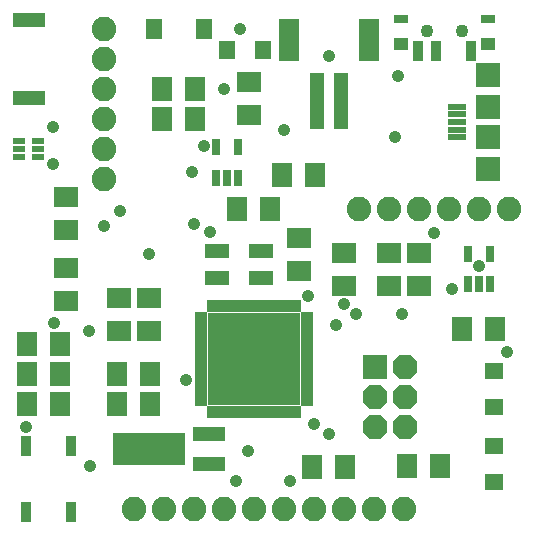
<source format=gts>
G75*
%MOIN*%
%OFA0B0*%
%FSLAX25Y25*%
%IPPOS*%
%LPD*%
%AMOC8*
5,1,8,0,0,1.08239X$1,22.5*
%
%ADD10R,0.10800X0.04800*%
%ADD11R,0.03950X0.02178*%
%ADD12R,0.07099X0.07887*%
%ADD13R,0.07887X0.07099*%
%ADD14R,0.08200X0.08200*%
%ADD15OC8,0.08200*%
%ADD16C,0.08200*%
%ADD17R,0.06312X0.05524*%
%ADD18R,0.03556X0.06706*%
%ADD19R,0.04737X0.03162*%
%ADD20R,0.04737X0.03950*%
%ADD21C,0.04343*%
%ADD22R,0.03800X0.06800*%
%ADD23R,0.01902X0.03950*%
%ADD24R,0.03950X0.01902*%
%ADD25R,0.30918X0.30918*%
%ADD26R,0.08280X0.05131*%
%ADD27R,0.10643X0.04737*%
%ADD28R,0.24422X0.10643*%
%ADD29R,0.02965X0.05524*%
%ADD30R,0.05800X0.06587*%
%ADD31R,0.04737X0.18910*%
%ADD32R,0.07099X0.14186*%
%ADD33R,0.05524X0.06312*%
%ADD34R,0.06312X0.02178*%
%ADD35R,0.08280X0.07887*%
%ADD36R,0.08280X0.08280*%
%ADD37C,0.04100*%
D10*
X0016000Y0156801D03*
X0016000Y0182801D03*
D11*
X0012850Y0142360D03*
X0012850Y0139801D03*
X0012850Y0137242D03*
X0019150Y0137242D03*
X0019150Y0139801D03*
X0019150Y0142360D03*
D12*
X0060488Y0149801D03*
X0060488Y0159801D03*
X0071512Y0159801D03*
X0071512Y0149801D03*
X0100488Y0131301D03*
X0111512Y0131301D03*
X0096512Y0119801D03*
X0085488Y0119801D03*
X0026512Y0074801D03*
X0015488Y0074801D03*
X0015488Y0064801D03*
X0015488Y0054801D03*
X0026512Y0054801D03*
X0026512Y0064801D03*
X0045488Y0064801D03*
X0045488Y0054801D03*
X0056512Y0054801D03*
X0056512Y0064801D03*
X0110488Y0033801D03*
X0121512Y0033801D03*
X0141988Y0034301D03*
X0153012Y0034301D03*
X0160488Y0079801D03*
X0171512Y0079801D03*
D13*
X0146000Y0094289D03*
X0136000Y0094289D03*
X0136000Y0105313D03*
X0146000Y0105313D03*
X0121000Y0105313D03*
X0121000Y0094289D03*
X0106000Y0099289D03*
X0106000Y0110313D03*
X0089500Y0151289D03*
X0089500Y0162313D03*
X0028500Y0123813D03*
X0028500Y0112789D03*
X0028500Y0100313D03*
X0028500Y0089289D03*
X0046000Y0090313D03*
X0056000Y0090313D03*
X0056000Y0079289D03*
X0046000Y0079289D03*
D14*
X0131500Y0067301D03*
D15*
X0141500Y0067301D03*
X0141500Y0057301D03*
X0131500Y0057301D03*
X0131500Y0047301D03*
X0141500Y0047301D03*
D16*
X0141000Y0019801D03*
X0131000Y0019801D03*
X0121000Y0019801D03*
X0111000Y0019801D03*
X0101000Y0019801D03*
X0091000Y0019801D03*
X0081000Y0019801D03*
X0071000Y0019801D03*
X0061000Y0019801D03*
X0051000Y0019801D03*
X0126000Y0119801D03*
X0136000Y0119801D03*
X0146000Y0119801D03*
X0156000Y0119801D03*
X0166000Y0119801D03*
X0176000Y0119801D03*
X0041000Y0129801D03*
X0041000Y0139801D03*
X0041000Y0149801D03*
X0041000Y0159801D03*
X0041000Y0169801D03*
X0041000Y0179801D03*
D17*
X0171000Y0065707D03*
X0171000Y0053895D03*
X0171000Y0040707D03*
X0171000Y0028895D03*
D18*
X0163358Y0172411D03*
X0151547Y0172411D03*
X0145642Y0172411D03*
D19*
X0140130Y0183238D03*
X0168870Y0183238D03*
D20*
X0168870Y0174970D03*
X0140130Y0174970D03*
D21*
X0148594Y0179301D03*
X0160406Y0179301D03*
D22*
X0015000Y0018801D03*
X0030000Y0018801D03*
X0030000Y0040801D03*
X0015000Y0040801D03*
D23*
X0076236Y0052084D03*
X0078205Y0052084D03*
X0080173Y0052084D03*
X0082142Y0052084D03*
X0084110Y0052084D03*
X0086079Y0052084D03*
X0088047Y0052084D03*
X0090016Y0052084D03*
X0091984Y0052084D03*
X0093953Y0052084D03*
X0095921Y0052084D03*
X0097890Y0052084D03*
X0099858Y0052084D03*
X0101827Y0052084D03*
X0103795Y0052084D03*
X0105764Y0052084D03*
X0105764Y0087518D03*
X0103795Y0087518D03*
X0101827Y0087518D03*
X0099858Y0087518D03*
X0097890Y0087518D03*
X0095921Y0087518D03*
X0093953Y0087518D03*
X0091984Y0087518D03*
X0090016Y0087518D03*
X0088047Y0087518D03*
X0086079Y0087518D03*
X0084110Y0087518D03*
X0082142Y0087518D03*
X0080173Y0087518D03*
X0078205Y0087518D03*
X0076236Y0087518D03*
D24*
X0073283Y0084565D03*
X0073283Y0082596D03*
X0073283Y0080628D03*
X0073283Y0078659D03*
X0073283Y0076691D03*
X0073283Y0074722D03*
X0073283Y0072754D03*
X0073283Y0070785D03*
X0073283Y0068817D03*
X0073283Y0066848D03*
X0073283Y0064880D03*
X0073283Y0062911D03*
X0073283Y0060943D03*
X0073283Y0058974D03*
X0073283Y0057006D03*
X0073283Y0055037D03*
X0108717Y0055037D03*
X0108717Y0057006D03*
X0108717Y0058974D03*
X0108717Y0060943D03*
X0108717Y0062911D03*
X0108717Y0064880D03*
X0108717Y0066848D03*
X0108717Y0068817D03*
X0108717Y0070785D03*
X0108717Y0072754D03*
X0108717Y0074722D03*
X0108717Y0076691D03*
X0108717Y0078659D03*
X0108717Y0080628D03*
X0108717Y0082596D03*
X0108717Y0084565D03*
D25*
X0091000Y0069801D03*
D26*
X0093283Y0096773D03*
X0093283Y0105829D03*
X0078717Y0105829D03*
X0078717Y0096773D03*
D27*
X0076000Y0044801D03*
X0076000Y0034801D03*
D28*
X0056000Y0039801D03*
D29*
X0078260Y0130183D03*
X0082000Y0130183D03*
X0085740Y0130183D03*
X0085740Y0140420D03*
X0078260Y0140420D03*
X0162260Y0104919D03*
X0169740Y0104919D03*
X0169740Y0094683D03*
X0166000Y0094683D03*
X0162260Y0094683D03*
D30*
X0074465Y0179801D03*
X0057535Y0179801D03*
D31*
X0112063Y0155734D03*
X0119937Y0155734D03*
D32*
X0129386Y0176207D03*
X0102614Y0176207D03*
D33*
X0093906Y0172801D03*
X0082094Y0172801D03*
D34*
X0158567Y0153919D03*
X0158567Y0151360D03*
X0158567Y0148801D03*
X0158567Y0146242D03*
X0158567Y0143683D03*
D35*
X0169000Y0133053D03*
X0169000Y0164549D03*
D36*
X0169000Y0153801D03*
X0169000Y0143801D03*
D37*
X0138000Y0143801D03*
X0139000Y0164301D03*
X0116000Y0170801D03*
X0101000Y0146301D03*
X0081000Y0159801D03*
X0074500Y0140801D03*
X0070500Y0132301D03*
X0071000Y0114801D03*
X0076500Y0112301D03*
X0056000Y0104801D03*
X0041000Y0114301D03*
X0046500Y0119301D03*
X0024000Y0134801D03*
X0024000Y0147301D03*
X0086500Y0179801D03*
X0151000Y0111801D03*
X0166000Y0100801D03*
X0157000Y0093301D03*
X0140500Y0084801D03*
X0125000Y0084801D03*
X0121000Y0088301D03*
X0118500Y0081301D03*
X0109000Y0090801D03*
X0068500Y0062801D03*
X0089000Y0039301D03*
X0085000Y0029301D03*
X0103000Y0029301D03*
X0116000Y0044801D03*
X0111000Y0048301D03*
X0175500Y0072301D03*
X0036000Y0079301D03*
X0024500Y0081801D03*
X0015000Y0047301D03*
X0036500Y0034301D03*
M02*

</source>
